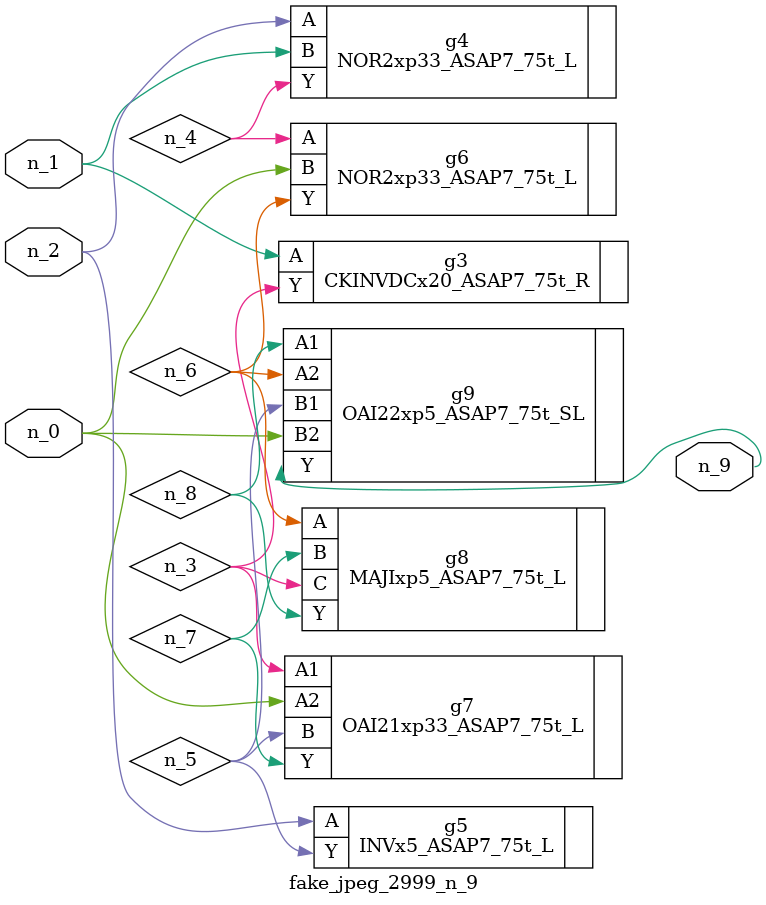
<source format=v>
module fake_jpeg_2999_n_9 (n_0, n_2, n_1, n_9);

input n_0;
input n_2;
input n_1;

output n_9;

wire n_3;
wire n_4;
wire n_8;
wire n_6;
wire n_5;
wire n_7;

CKINVDCx20_ASAP7_75t_R g3 ( 
.A(n_1),
.Y(n_3)
);

NOR2xp33_ASAP7_75t_L g4 ( 
.A(n_2),
.B(n_1),
.Y(n_4)
);

INVx5_ASAP7_75t_L g5 ( 
.A(n_2),
.Y(n_5)
);

NOR2xp33_ASAP7_75t_L g6 ( 
.A(n_4),
.B(n_0),
.Y(n_6)
);

MAJIxp5_ASAP7_75t_L g8 ( 
.A(n_6),
.B(n_7),
.C(n_3),
.Y(n_8)
);

OAI21xp33_ASAP7_75t_L g7 ( 
.A1(n_3),
.A2(n_0),
.B(n_5),
.Y(n_7)
);

OAI22xp5_ASAP7_75t_SL g9 ( 
.A1(n_8),
.A2(n_6),
.B1(n_5),
.B2(n_0),
.Y(n_9)
);


endmodule
</source>
